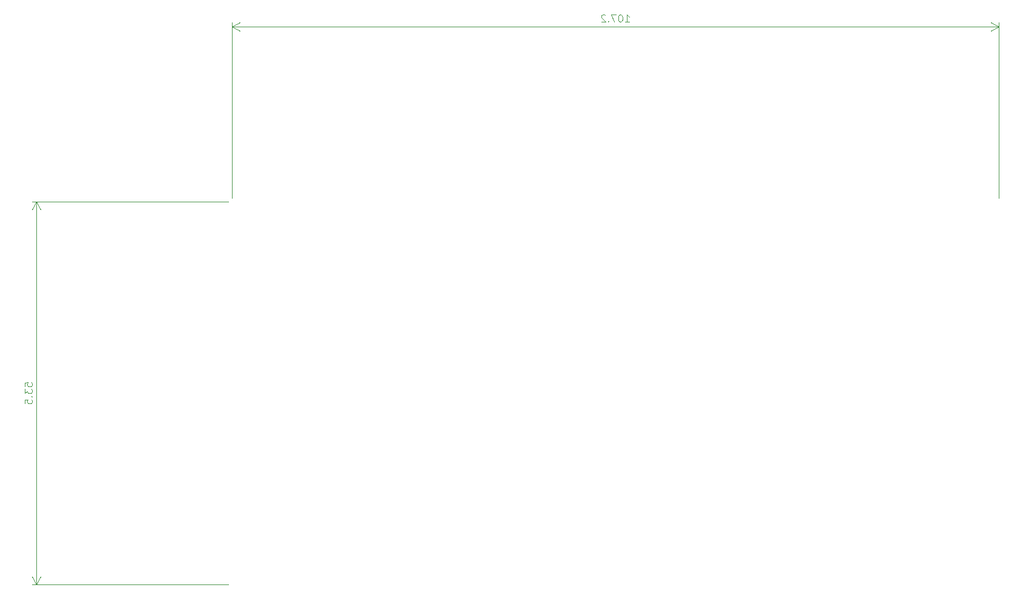
<source format=gbr>
%TF.GenerationSoftware,KiCad,Pcbnew,9.0.7-9.0.7~ubuntu24.04.1*%
%TF.CreationDate,2026-01-18T13:54:12+05:30*%
%TF.ProjectId,fpga_dev_board,66706761-5f64-4657-965f-626f6172642e,rev?*%
%TF.SameCoordinates,Original*%
%TF.FileFunction,Legend,Bot*%
%TF.FilePolarity,Positive*%
%FSLAX46Y46*%
G04 Gerber Fmt 4.6, Leading zero omitted, Abs format (unit mm)*
G04 Created by KiCad (PCBNEW 9.0.7-9.0.7~ubuntu24.04.1) date 2026-01-18 13:54:12*
%MOMM*%
%LPD*%
G01*
G04 APERTURE LIST*
%ADD10C,0.100000*%
G04 APERTURE END LIST*
D10*
X89857419Y-116797619D02*
X89857419Y-116321429D01*
X89857419Y-116321429D02*
X90333609Y-116273810D01*
X90333609Y-116273810D02*
X90285990Y-116321429D01*
X90285990Y-116321429D02*
X90238371Y-116416667D01*
X90238371Y-116416667D02*
X90238371Y-116654762D01*
X90238371Y-116654762D02*
X90285990Y-116750000D01*
X90285990Y-116750000D02*
X90333609Y-116797619D01*
X90333609Y-116797619D02*
X90428847Y-116845238D01*
X90428847Y-116845238D02*
X90666942Y-116845238D01*
X90666942Y-116845238D02*
X90762180Y-116797619D01*
X90762180Y-116797619D02*
X90809800Y-116750000D01*
X90809800Y-116750000D02*
X90857419Y-116654762D01*
X90857419Y-116654762D02*
X90857419Y-116416667D01*
X90857419Y-116416667D02*
X90809800Y-116321429D01*
X90809800Y-116321429D02*
X90762180Y-116273810D01*
X89857419Y-117178572D02*
X89857419Y-117797619D01*
X89857419Y-117797619D02*
X90238371Y-117464286D01*
X90238371Y-117464286D02*
X90238371Y-117607143D01*
X90238371Y-117607143D02*
X90285990Y-117702381D01*
X90285990Y-117702381D02*
X90333609Y-117750000D01*
X90333609Y-117750000D02*
X90428847Y-117797619D01*
X90428847Y-117797619D02*
X90666942Y-117797619D01*
X90666942Y-117797619D02*
X90762180Y-117750000D01*
X90762180Y-117750000D02*
X90809800Y-117702381D01*
X90809800Y-117702381D02*
X90857419Y-117607143D01*
X90857419Y-117607143D02*
X90857419Y-117321429D01*
X90857419Y-117321429D02*
X90809800Y-117226191D01*
X90809800Y-117226191D02*
X90762180Y-117178572D01*
X90762180Y-118226191D02*
X90809800Y-118273810D01*
X90809800Y-118273810D02*
X90857419Y-118226191D01*
X90857419Y-118226191D02*
X90809800Y-118178572D01*
X90809800Y-118178572D02*
X90762180Y-118226191D01*
X90762180Y-118226191D02*
X90857419Y-118226191D01*
X89857419Y-119178571D02*
X89857419Y-118702381D01*
X89857419Y-118702381D02*
X90333609Y-118654762D01*
X90333609Y-118654762D02*
X90285990Y-118702381D01*
X90285990Y-118702381D02*
X90238371Y-118797619D01*
X90238371Y-118797619D02*
X90238371Y-119035714D01*
X90238371Y-119035714D02*
X90285990Y-119130952D01*
X90285990Y-119130952D02*
X90333609Y-119178571D01*
X90333609Y-119178571D02*
X90428847Y-119226190D01*
X90428847Y-119226190D02*
X90666942Y-119226190D01*
X90666942Y-119226190D02*
X90762180Y-119178571D01*
X90762180Y-119178571D02*
X90809800Y-119130952D01*
X90809800Y-119130952D02*
X90857419Y-119035714D01*
X90857419Y-119035714D02*
X90857419Y-118797619D01*
X90857419Y-118797619D02*
X90809800Y-118702381D01*
X90809800Y-118702381D02*
X90762180Y-118654762D01*
X118300000Y-144500000D02*
X90913580Y-144500000D01*
X90913580Y-91000000D02*
X118300000Y-91000000D01*
X91500000Y-144500000D02*
X91500000Y-91000000D01*
X91500000Y-144500000D02*
X90913579Y-143373496D01*
X91500000Y-144500000D02*
X92086421Y-143373496D01*
X91500000Y-91000000D02*
X92086421Y-92126504D01*
X91500000Y-91000000D02*
X90913579Y-92126504D01*
X173780952Y-65857419D02*
X174352380Y-65857419D01*
X174066666Y-65857419D02*
X174066666Y-64857419D01*
X174066666Y-64857419D02*
X174161904Y-65000276D01*
X174161904Y-65000276D02*
X174257142Y-65095514D01*
X174257142Y-65095514D02*
X174352380Y-65143133D01*
X173161904Y-64857419D02*
X173066666Y-64857419D01*
X173066666Y-64857419D02*
X172971428Y-64905038D01*
X172971428Y-64905038D02*
X172923809Y-64952657D01*
X172923809Y-64952657D02*
X172876190Y-65047895D01*
X172876190Y-65047895D02*
X172828571Y-65238371D01*
X172828571Y-65238371D02*
X172828571Y-65476466D01*
X172828571Y-65476466D02*
X172876190Y-65666942D01*
X172876190Y-65666942D02*
X172923809Y-65762180D01*
X172923809Y-65762180D02*
X172971428Y-65809800D01*
X172971428Y-65809800D02*
X173066666Y-65857419D01*
X173066666Y-65857419D02*
X173161904Y-65857419D01*
X173161904Y-65857419D02*
X173257142Y-65809800D01*
X173257142Y-65809800D02*
X173304761Y-65762180D01*
X173304761Y-65762180D02*
X173352380Y-65666942D01*
X173352380Y-65666942D02*
X173399999Y-65476466D01*
X173399999Y-65476466D02*
X173399999Y-65238371D01*
X173399999Y-65238371D02*
X173352380Y-65047895D01*
X173352380Y-65047895D02*
X173304761Y-64952657D01*
X173304761Y-64952657D02*
X173257142Y-64905038D01*
X173257142Y-64905038D02*
X173161904Y-64857419D01*
X172495237Y-64857419D02*
X171828571Y-64857419D01*
X171828571Y-64857419D02*
X172257142Y-65857419D01*
X171447618Y-65762180D02*
X171399999Y-65809800D01*
X171399999Y-65809800D02*
X171447618Y-65857419D01*
X171447618Y-65857419D02*
X171495237Y-65809800D01*
X171495237Y-65809800D02*
X171447618Y-65762180D01*
X171447618Y-65762180D02*
X171447618Y-65857419D01*
X171019047Y-64952657D02*
X170971428Y-64905038D01*
X170971428Y-64905038D02*
X170876190Y-64857419D01*
X170876190Y-64857419D02*
X170638095Y-64857419D01*
X170638095Y-64857419D02*
X170542857Y-64905038D01*
X170542857Y-64905038D02*
X170495238Y-64952657D01*
X170495238Y-64952657D02*
X170447619Y-65047895D01*
X170447619Y-65047895D02*
X170447619Y-65143133D01*
X170447619Y-65143133D02*
X170495238Y-65285990D01*
X170495238Y-65285990D02*
X171066666Y-65857419D01*
X171066666Y-65857419D02*
X170447619Y-65857419D01*
X118800000Y-90500000D02*
X118800000Y-65913580D01*
X226000000Y-65913580D02*
X226000000Y-90500000D01*
X118800000Y-66500000D02*
X226000000Y-66500000D01*
X118800000Y-66500000D02*
X119926504Y-65913579D01*
X118800000Y-66500000D02*
X119926504Y-67086421D01*
X226000000Y-66500000D02*
X224873496Y-67086421D01*
X226000000Y-66500000D02*
X224873496Y-65913579D01*
M02*

</source>
